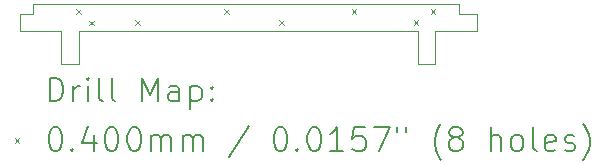
<source format=gbr>
%TF.GenerationSoftware,KiCad,Pcbnew,(6.0.9)*%
%TF.CreationDate,2023-01-17T11:36:05+02:00*%
%TF.ProjectId,rgb,7267622e-6b69-4636-9164-5f7063625858,rev?*%
%TF.SameCoordinates,Original*%
%TF.FileFunction,Drillmap*%
%TF.FilePolarity,Positive*%
%FSLAX45Y45*%
G04 Gerber Fmt 4.5, Leading zero omitted, Abs format (unit mm)*
G04 Created by KiCad (PCBNEW (6.0.9)) date 2023-01-17 11:36:05*
%MOMM*%
%LPD*%
G01*
G04 APERTURE LIST*
%ADD10C,0.050000*%
%ADD11C,0.200000*%
%ADD12C,0.040000*%
G04 APERTURE END LIST*
D10*
X7350000Y-11280000D02*
X7500000Y-11280000D01*
X4480000Y-11000000D02*
X4480000Y-11280000D01*
X3980000Y-11000000D02*
X3980000Y-10850000D01*
X4090000Y-10850000D02*
X3980000Y-10850000D01*
X7500000Y-11280000D02*
X7500000Y-11000000D01*
X7850000Y-10850000D02*
X7850000Y-11000000D01*
X7850000Y-10850000D02*
X7700000Y-10850000D01*
X4480000Y-11280000D02*
X4330000Y-11280000D01*
X7700000Y-10770000D02*
X7700000Y-10850000D01*
X4480000Y-11000000D02*
X7350000Y-11000000D01*
X7500000Y-11000000D02*
X7850000Y-11000000D01*
X3980000Y-11000000D02*
X4330000Y-11000000D01*
X4090000Y-10850000D02*
X4090000Y-10770000D01*
X4330000Y-11280000D02*
X4330000Y-11000000D01*
X7350000Y-11280000D02*
X7350000Y-11000000D01*
X7700000Y-10770000D02*
X4090000Y-10770000D01*
D11*
D12*
X4455000Y-10815000D02*
X4495000Y-10855000D01*
X4495000Y-10815000D02*
X4455000Y-10855000D01*
X4570000Y-10910000D02*
X4610000Y-10950000D01*
X4610000Y-10910000D02*
X4570000Y-10950000D01*
X4955000Y-10905000D02*
X4995000Y-10945000D01*
X4995000Y-10905000D02*
X4955000Y-10945000D01*
X5710000Y-10810000D02*
X5750000Y-10850000D01*
X5750000Y-10810000D02*
X5710000Y-10850000D01*
X6175000Y-10905000D02*
X6215000Y-10945000D01*
X6215000Y-10905000D02*
X6175000Y-10945000D01*
X6790000Y-10810000D02*
X6830000Y-10850000D01*
X6830000Y-10810000D02*
X6790000Y-10850000D01*
X7315000Y-10905000D02*
X7355000Y-10945000D01*
X7355000Y-10905000D02*
X7315000Y-10945000D01*
X7460000Y-10810000D02*
X7500000Y-10850000D01*
X7500000Y-10810000D02*
X7460000Y-10850000D01*
D11*
X4235119Y-11592976D02*
X4235119Y-11392976D01*
X4282738Y-11392976D01*
X4311310Y-11402500D01*
X4330357Y-11421548D01*
X4339881Y-11440595D01*
X4349405Y-11478690D01*
X4349405Y-11507262D01*
X4339881Y-11545357D01*
X4330357Y-11564405D01*
X4311310Y-11583452D01*
X4282738Y-11592976D01*
X4235119Y-11592976D01*
X4435119Y-11592976D02*
X4435119Y-11459643D01*
X4435119Y-11497738D02*
X4444643Y-11478690D01*
X4454167Y-11469167D01*
X4473214Y-11459643D01*
X4492262Y-11459643D01*
X4558929Y-11592976D02*
X4558929Y-11459643D01*
X4558929Y-11392976D02*
X4549405Y-11402500D01*
X4558929Y-11412024D01*
X4568452Y-11402500D01*
X4558929Y-11392976D01*
X4558929Y-11412024D01*
X4682738Y-11592976D02*
X4663690Y-11583452D01*
X4654167Y-11564405D01*
X4654167Y-11392976D01*
X4787500Y-11592976D02*
X4768452Y-11583452D01*
X4758929Y-11564405D01*
X4758929Y-11392976D01*
X5016071Y-11592976D02*
X5016071Y-11392976D01*
X5082738Y-11535833D01*
X5149405Y-11392976D01*
X5149405Y-11592976D01*
X5330357Y-11592976D02*
X5330357Y-11488214D01*
X5320833Y-11469167D01*
X5301786Y-11459643D01*
X5263690Y-11459643D01*
X5244643Y-11469167D01*
X5330357Y-11583452D02*
X5311310Y-11592976D01*
X5263690Y-11592976D01*
X5244643Y-11583452D01*
X5235119Y-11564405D01*
X5235119Y-11545357D01*
X5244643Y-11526309D01*
X5263690Y-11516786D01*
X5311310Y-11516786D01*
X5330357Y-11507262D01*
X5425595Y-11459643D02*
X5425595Y-11659643D01*
X5425595Y-11469167D02*
X5444643Y-11459643D01*
X5482738Y-11459643D01*
X5501786Y-11469167D01*
X5511310Y-11478690D01*
X5520833Y-11497738D01*
X5520833Y-11554881D01*
X5511310Y-11573928D01*
X5501786Y-11583452D01*
X5482738Y-11592976D01*
X5444643Y-11592976D01*
X5425595Y-11583452D01*
X5606548Y-11573928D02*
X5616071Y-11583452D01*
X5606548Y-11592976D01*
X5597024Y-11583452D01*
X5606548Y-11573928D01*
X5606548Y-11592976D01*
X5606548Y-11469167D02*
X5616071Y-11478690D01*
X5606548Y-11488214D01*
X5597024Y-11478690D01*
X5606548Y-11469167D01*
X5606548Y-11488214D01*
D12*
X3937500Y-11902500D02*
X3977500Y-11942500D01*
X3977500Y-11902500D02*
X3937500Y-11942500D01*
D11*
X4273214Y-11812976D02*
X4292262Y-11812976D01*
X4311310Y-11822500D01*
X4320833Y-11832024D01*
X4330357Y-11851071D01*
X4339881Y-11889167D01*
X4339881Y-11936786D01*
X4330357Y-11974881D01*
X4320833Y-11993928D01*
X4311310Y-12003452D01*
X4292262Y-12012976D01*
X4273214Y-12012976D01*
X4254167Y-12003452D01*
X4244643Y-11993928D01*
X4235119Y-11974881D01*
X4225595Y-11936786D01*
X4225595Y-11889167D01*
X4235119Y-11851071D01*
X4244643Y-11832024D01*
X4254167Y-11822500D01*
X4273214Y-11812976D01*
X4425595Y-11993928D02*
X4435119Y-12003452D01*
X4425595Y-12012976D01*
X4416071Y-12003452D01*
X4425595Y-11993928D01*
X4425595Y-12012976D01*
X4606548Y-11879643D02*
X4606548Y-12012976D01*
X4558929Y-11803452D02*
X4511310Y-11946309D01*
X4635119Y-11946309D01*
X4749405Y-11812976D02*
X4768452Y-11812976D01*
X4787500Y-11822500D01*
X4797024Y-11832024D01*
X4806548Y-11851071D01*
X4816071Y-11889167D01*
X4816071Y-11936786D01*
X4806548Y-11974881D01*
X4797024Y-11993928D01*
X4787500Y-12003452D01*
X4768452Y-12012976D01*
X4749405Y-12012976D01*
X4730357Y-12003452D01*
X4720833Y-11993928D01*
X4711310Y-11974881D01*
X4701786Y-11936786D01*
X4701786Y-11889167D01*
X4711310Y-11851071D01*
X4720833Y-11832024D01*
X4730357Y-11822500D01*
X4749405Y-11812976D01*
X4939881Y-11812976D02*
X4958929Y-11812976D01*
X4977976Y-11822500D01*
X4987500Y-11832024D01*
X4997024Y-11851071D01*
X5006548Y-11889167D01*
X5006548Y-11936786D01*
X4997024Y-11974881D01*
X4987500Y-11993928D01*
X4977976Y-12003452D01*
X4958929Y-12012976D01*
X4939881Y-12012976D01*
X4920833Y-12003452D01*
X4911310Y-11993928D01*
X4901786Y-11974881D01*
X4892262Y-11936786D01*
X4892262Y-11889167D01*
X4901786Y-11851071D01*
X4911310Y-11832024D01*
X4920833Y-11822500D01*
X4939881Y-11812976D01*
X5092262Y-12012976D02*
X5092262Y-11879643D01*
X5092262Y-11898690D02*
X5101786Y-11889167D01*
X5120833Y-11879643D01*
X5149405Y-11879643D01*
X5168452Y-11889167D01*
X5177976Y-11908214D01*
X5177976Y-12012976D01*
X5177976Y-11908214D02*
X5187500Y-11889167D01*
X5206548Y-11879643D01*
X5235119Y-11879643D01*
X5254167Y-11889167D01*
X5263690Y-11908214D01*
X5263690Y-12012976D01*
X5358929Y-12012976D02*
X5358929Y-11879643D01*
X5358929Y-11898690D02*
X5368452Y-11889167D01*
X5387500Y-11879643D01*
X5416071Y-11879643D01*
X5435119Y-11889167D01*
X5444643Y-11908214D01*
X5444643Y-12012976D01*
X5444643Y-11908214D02*
X5454167Y-11889167D01*
X5473214Y-11879643D01*
X5501786Y-11879643D01*
X5520833Y-11889167D01*
X5530357Y-11908214D01*
X5530357Y-12012976D01*
X5920833Y-11803452D02*
X5749405Y-12060595D01*
X6177976Y-11812976D02*
X6197024Y-11812976D01*
X6216071Y-11822500D01*
X6225595Y-11832024D01*
X6235119Y-11851071D01*
X6244643Y-11889167D01*
X6244643Y-11936786D01*
X6235119Y-11974881D01*
X6225595Y-11993928D01*
X6216071Y-12003452D01*
X6197024Y-12012976D01*
X6177976Y-12012976D01*
X6158928Y-12003452D01*
X6149405Y-11993928D01*
X6139881Y-11974881D01*
X6130357Y-11936786D01*
X6130357Y-11889167D01*
X6139881Y-11851071D01*
X6149405Y-11832024D01*
X6158928Y-11822500D01*
X6177976Y-11812976D01*
X6330357Y-11993928D02*
X6339881Y-12003452D01*
X6330357Y-12012976D01*
X6320833Y-12003452D01*
X6330357Y-11993928D01*
X6330357Y-12012976D01*
X6463690Y-11812976D02*
X6482738Y-11812976D01*
X6501786Y-11822500D01*
X6511309Y-11832024D01*
X6520833Y-11851071D01*
X6530357Y-11889167D01*
X6530357Y-11936786D01*
X6520833Y-11974881D01*
X6511309Y-11993928D01*
X6501786Y-12003452D01*
X6482738Y-12012976D01*
X6463690Y-12012976D01*
X6444643Y-12003452D01*
X6435119Y-11993928D01*
X6425595Y-11974881D01*
X6416071Y-11936786D01*
X6416071Y-11889167D01*
X6425595Y-11851071D01*
X6435119Y-11832024D01*
X6444643Y-11822500D01*
X6463690Y-11812976D01*
X6720833Y-12012976D02*
X6606548Y-12012976D01*
X6663690Y-12012976D02*
X6663690Y-11812976D01*
X6644643Y-11841548D01*
X6625595Y-11860595D01*
X6606548Y-11870119D01*
X6901786Y-11812976D02*
X6806548Y-11812976D01*
X6797024Y-11908214D01*
X6806548Y-11898690D01*
X6825595Y-11889167D01*
X6873214Y-11889167D01*
X6892262Y-11898690D01*
X6901786Y-11908214D01*
X6911309Y-11927262D01*
X6911309Y-11974881D01*
X6901786Y-11993928D01*
X6892262Y-12003452D01*
X6873214Y-12012976D01*
X6825595Y-12012976D01*
X6806548Y-12003452D01*
X6797024Y-11993928D01*
X6977976Y-11812976D02*
X7111309Y-11812976D01*
X7025595Y-12012976D01*
X7177976Y-11812976D02*
X7177976Y-11851071D01*
X7254167Y-11812976D02*
X7254167Y-11851071D01*
X7549405Y-12089167D02*
X7539881Y-12079643D01*
X7520833Y-12051071D01*
X7511309Y-12032024D01*
X7501786Y-12003452D01*
X7492262Y-11955833D01*
X7492262Y-11917738D01*
X7501786Y-11870119D01*
X7511309Y-11841548D01*
X7520833Y-11822500D01*
X7539881Y-11793928D01*
X7549405Y-11784405D01*
X7654167Y-11898690D02*
X7635119Y-11889167D01*
X7625595Y-11879643D01*
X7616071Y-11860595D01*
X7616071Y-11851071D01*
X7625595Y-11832024D01*
X7635119Y-11822500D01*
X7654167Y-11812976D01*
X7692262Y-11812976D01*
X7711309Y-11822500D01*
X7720833Y-11832024D01*
X7730357Y-11851071D01*
X7730357Y-11860595D01*
X7720833Y-11879643D01*
X7711309Y-11889167D01*
X7692262Y-11898690D01*
X7654167Y-11898690D01*
X7635119Y-11908214D01*
X7625595Y-11917738D01*
X7616071Y-11936786D01*
X7616071Y-11974881D01*
X7625595Y-11993928D01*
X7635119Y-12003452D01*
X7654167Y-12012976D01*
X7692262Y-12012976D01*
X7711309Y-12003452D01*
X7720833Y-11993928D01*
X7730357Y-11974881D01*
X7730357Y-11936786D01*
X7720833Y-11917738D01*
X7711309Y-11908214D01*
X7692262Y-11898690D01*
X7968452Y-12012976D02*
X7968452Y-11812976D01*
X8054167Y-12012976D02*
X8054167Y-11908214D01*
X8044643Y-11889167D01*
X8025595Y-11879643D01*
X7997024Y-11879643D01*
X7977976Y-11889167D01*
X7968452Y-11898690D01*
X8177976Y-12012976D02*
X8158928Y-12003452D01*
X8149405Y-11993928D01*
X8139881Y-11974881D01*
X8139881Y-11917738D01*
X8149405Y-11898690D01*
X8158928Y-11889167D01*
X8177976Y-11879643D01*
X8206548Y-11879643D01*
X8225595Y-11889167D01*
X8235119Y-11898690D01*
X8244643Y-11917738D01*
X8244643Y-11974881D01*
X8235119Y-11993928D01*
X8225595Y-12003452D01*
X8206548Y-12012976D01*
X8177976Y-12012976D01*
X8358928Y-12012976D02*
X8339881Y-12003452D01*
X8330357Y-11984405D01*
X8330357Y-11812976D01*
X8511310Y-12003452D02*
X8492262Y-12012976D01*
X8454167Y-12012976D01*
X8435119Y-12003452D01*
X8425595Y-11984405D01*
X8425595Y-11908214D01*
X8435119Y-11889167D01*
X8454167Y-11879643D01*
X8492262Y-11879643D01*
X8511310Y-11889167D01*
X8520833Y-11908214D01*
X8520833Y-11927262D01*
X8425595Y-11946309D01*
X8597024Y-12003452D02*
X8616071Y-12012976D01*
X8654167Y-12012976D01*
X8673214Y-12003452D01*
X8682738Y-11984405D01*
X8682738Y-11974881D01*
X8673214Y-11955833D01*
X8654167Y-11946309D01*
X8625595Y-11946309D01*
X8606548Y-11936786D01*
X8597024Y-11917738D01*
X8597024Y-11908214D01*
X8606548Y-11889167D01*
X8625595Y-11879643D01*
X8654167Y-11879643D01*
X8673214Y-11889167D01*
X8749405Y-12089167D02*
X8758929Y-12079643D01*
X8777976Y-12051071D01*
X8787500Y-12032024D01*
X8797024Y-12003452D01*
X8806548Y-11955833D01*
X8806548Y-11917738D01*
X8797024Y-11870119D01*
X8787500Y-11841548D01*
X8777976Y-11822500D01*
X8758929Y-11793928D01*
X8749405Y-11784405D01*
M02*

</source>
